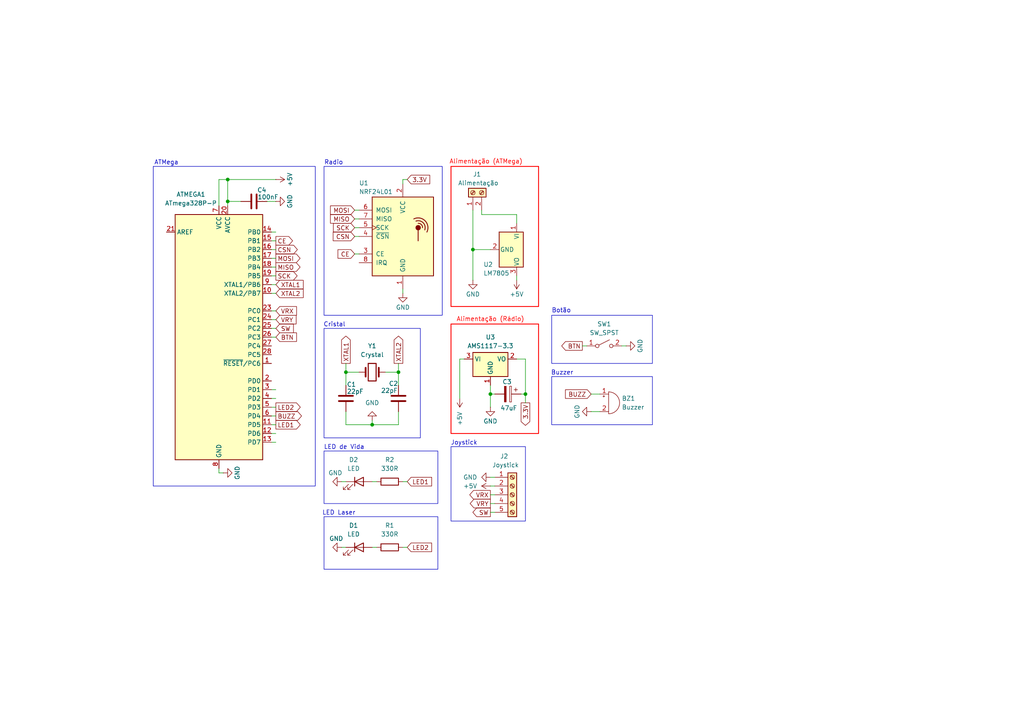
<source format=kicad_sch>
(kicad_sch (version 20250114) (generator "eeschema") (generator_version "9.0")
  (paper "A4")
  (lib_symbols
    (symbol "Connector:Screw_Terminal_01x02" (pin_names (offset 1.016) (hide yes))
      (property "Reference" "J" (at 0 2.54 0))
      (property "Value" "Screw_Terminal_01x02" (at 0 -5.08 0))
      (symbol "Screw_Terminal_01x02_1_1"
        (rectangle (start -1.27 1.27) (end 1.27 -3.81) (stroke (width 0.254)) (fill (type background)))
        (polyline (pts (xy -0.5334 0.3302) (xy 0.3302 -0.508)) (stroke (width 0.1524)))
        (polyline (pts (xy -0.5334 -2.2098) (xy 0.3302 -3.048)) (stroke (width 0.1524)))
        (polyline (pts (xy -0.3556 0.508) (xy 0.508 -0.3302)) (stroke (width 0.1524)))
        (polyline (pts (xy -0.3556 -2.032) (xy 0.508 -2.8702)) (stroke (width 0.1524)))
        (circle (center 0 0) (radius 0.635) (stroke (width 0.1524)))
        (circle (center 0 -2.54) (radius 0.635) (stroke (width 0.1524)))
        (pin passive line (at -5.08 0 0) (length 3.81) (name "Pin_1") (number "1"))
        (pin passive line (at -5.08 -2.54 0) (length 3.81) (name "Pin_2") (number "2"))
      )
    )
    (symbol "Connector:Screw_Terminal_01x05" (pin_names (offset 1.016) (hide yes))
      (property "Reference" "J" (at 0 7.62 0))
      (property "Value" "Screw_Terminal_01x05" (at 0 -7.62 0))
      (symbol "Screw_Terminal_01x05_1_1"
        (rectangle (start -1.27 6.35) (end 1.27 -6.35) (stroke (width 0.254)) (fill (type background)))
        (polyline (pts (xy -0.5334 5.4102) (xy 0.3302 4.572)) (stroke (width 0.1524)))
        (polyline (pts (xy -0.5334 2.8702) (xy 0.3302 2.032)) (stroke (width 0.1524)))
        (polyline (pts (xy -0.5334 0.3302) (xy 0.3302 -0.508)) (stroke (width 0.1524)))
        (polyline (pts (xy -0.5334 -2.2098) (xy 0.3302 -3.048)) (stroke (width 0.1524)))
        (polyline (pts (xy -0.5334 -4.7498) (xy 0.3302 -5.588)) (stroke (width 0.1524)))
        (polyline (pts (xy -0.3556 5.588) (xy 0.508 4.7498)) (stroke (width 0.1524)))
        (polyline (pts (xy -0.3556 3.048) (xy 0.508 2.2098)) (stroke (width 0.1524)))
        (polyline (pts (xy -0.3556 0.508) (xy 0.508 -0.3302)) (stroke (width 0.1524)))
        (polyline (pts (xy -0.3556 -2.032) (xy 0.508 -2.8702)) (stroke (width 0.1524)))
        (polyline (pts (xy -0.3556 -4.572) (xy 0.508 -5.4102)) (stroke (width 0.1524)))
        (circle (center 0 5.08) (radius 0.635) (stroke (width 0.1524)))
        (circle (center 0 2.54) (radius 0.635) (stroke (width 0.1524)))
        (circle (center 0 0) (radius 0.635) (stroke (width 0.1524)))
        (circle (center 0 -2.54) (radius 0.635) (stroke (width 0.1524)))
        (circle (center 0 -5.08) (radius 0.635) (stroke (width 0.1524)))
        (pin passive line (at -5.08 5.08 0) (length 3.81) (name "Pin_1") (number "1"))
        (pin passive line (at -5.08 2.54 0) (length 3.81) (name "Pin_2") (number "2"))
        (pin passive line (at -5.08 0 0) (length 3.81) (name "Pin_3") (number "3"))
        (pin passive line (at -5.08 -2.54 0) (length 3.81) (name "Pin_4") (number "4"))
        (pin passive line (at -5.08 -5.08 0) (length 3.81) (name "Pin_5") (number "5"))
      )
    )
    (symbol "Device:Buzzer" (pin_names (offset 0.0254) (hide yes))
      (property "Reference" "BZ" (at 3.81 1.27 0))
      (property "Value" "Buzzer" (at 3.81 -1.27 0))
      (symbol "Buzzer_0_1"
        (polyline (pts (xy -1.651 1.905) (xy -1.143 1.905)))
        (polyline (pts (xy -1.397 2.159) (xy -1.397 1.651)))
        (arc (start 0 3.175) (mid 3.1612 0) (end 0 -3.175))
        (polyline (pts (xy 0 3.175) (xy 0 -3.175)))
      )
      (symbol "Buzzer_1_1"
        (pin passive line (at -2.54 2.54 0) (length 2.54) (name "+") (number "1"))
        (pin passive line (at -2.54 -2.54 0) (length 2.54) (name "-") (number "2"))
      )
    )
    (symbol "Device:C" (pin_numbers (hide yes)) (pin_names (offset 0.254))
      (property "Reference" "C" (at 0.635 2.54 0))
      (property "Value" "C" (at 0.635 -2.54 0))
      (symbol "C_0_1"
        (polyline (pts (xy -2.032 0.762) (xy 2.032 0.762)) (stroke (width 0.508)))
        (polyline (pts (xy -2.032 -0.762) (xy 2.032 -0.762)) (stroke (width 0.508)))
      )
      (symbol "C_1_1"
        (pin passive line (at 0 3.81 270) (length 2.794) (name "~") (number "1"))
        (pin passive line (at 0 -3.81 90) (length 2.794) (name "~") (number "2"))
      )
    )
    (symbol "Device:C_Polarized" (pin_numbers (hide yes)) (pin_names (offset 0.254))
      (property "Reference" "C" (at 0.635 2.54 0))
      (property "Value" "C_Polarized" (at 0.635 -2.54 0))
      (symbol "C_Polarized_0_1"
        (rectangle (start -2.286 0.508) (end 2.286 1.016))
        (polyline (pts (xy -1.778 2.286) (xy -0.762 2.286)))
        (polyline (pts (xy -1.27 2.794) (xy -1.27 1.778)))
        (rectangle (start 2.286 -0.508) (end -2.286 -1.016) (fill (type outline)))
      )
      (symbol "C_Polarized_1_1"
        (pin passive line (at 0 3.81 270) (length 2.794) (name "~") (number "1"))
        (pin passive line (at 0 -3.81 90) (length 2.794) (name "~") (number "2"))
      )
    )
    (symbol "Device:Crystal" (pin_numbers (hide yes)) (pin_names (offset 1.016) (hide yes))
      (property "Reference" "Y" (at 0 3.81 0))
      (property "Value" "Crystal" (at 0 -3.81 0))
      (symbol "Crystal_0_1"
        (polyline (pts (xy -2.54 0) (xy -1.905 0)))
        (polyline (pts (xy -1.905 -1.27) (xy -1.905 1.27)) (stroke (width 0.508)))
        (rectangle (start -1.143 2.54) (end 1.143 -2.54) (stroke (width 0.3048)))
        (polyline (pts (xy 1.905 -1.27) (xy 1.905 1.27)) (stroke (width 0.508)))
        (polyline (pts (xy 2.54 0) (xy 1.905 0)))
      )
      (symbol "Crystal_1_1"
        (pin passive line (at -3.81 0 0) (length 1.27) (name "1") (number "1"))
        (pin passive line (at 3.81 0 180) (length 1.27) (name "2") (number "2"))
      )
    )
    (symbol "Device:LED" (pin_numbers (hide yes)) (pin_names (offset 1.016) (hide yes))
      (property "Reference" "D" (at 0 2.54 0))
      (property "Value" "LED" (at 0 -2.54 0))
      (symbol "LED_0_1"
        (polyline (pts (xy -3.048 -0.762) (xy -4.572 -2.286) (xy -3.81 -2.286) (xy -4.572 -2.286) (xy -4.572 -1.524)))
        (polyline (pts (xy -1.778 -0.762) (xy -3.302 -2.286) (xy -2.54 -2.286) (xy -3.302 -2.286) (xy -3.302 -1.524)))
        (polyline (pts (xy -1.27 0) (xy 1.27 0)))
        (polyline (pts (xy -1.27 -1.27) (xy -1.27 1.27)) (stroke (width 0.254)))
        (polyline (pts (xy 1.27 -1.27) (xy 1.27 1.27) (xy -1.27 0) (xy 1.27 -1.27)) (stroke (width 0.254)))
      )
      (symbol "LED_1_1"
        (pin passive line (at -3.81 0 0) (length 2.54) (name "K") (number "1"))
        (pin passive line (at 3.81 0 180) (length 2.54) (name "A") (number "2"))
      )
    )
    (symbol "Device:R" (pin_numbers (hide yes)) (pin_names (offset 0))
      (property "Reference" "R" (at 2.032 0 90))
      (property "Value" "R" (at 0 0 90))
      (symbol "R_0_1"
        (rectangle (start -1.016 -2.54) (end 1.016 2.54) (stroke (width 0.254)))
      )
      (symbol "R_1_1"
        (pin passive line (at 0 3.81 270) (length 1.27) (name "~") (number "1"))
        (pin passive line (at 0 -3.81 90) (length 1.27) (name "~") (number "2"))
      )
    )
    (symbol "MCU_Microchip_ATmega:ATmega328P-P"
      (property "Reference" "U" (at -12.7 36.83 0))
      (property "Value" "ATmega328P-P" (at 2.54 -36.83 0))
      (symbol "ATmega328P-P_0_1"
        (rectangle (start -12.7 -35.56) (end 12.7 35.56) (stroke (width 0.254)) (fill (type background)))
      )
      (symbol "ATmega328P-P_1_1"
        (pin passive line (at -15.24 30.48 0) (length 2.54) (name "AREF") (number "21"))
        (pin power_in line (at 0 38.1 270) (length 2.54) (name "VCC") (number "7"))
        (pin passive line (at 0 -38.1 90) (length 2.54) (hide yes) (name "GND") (number "22"))
        (pin power_in line (at 0 -38.1 90) (length 2.54) (name "GND") (number "8"))
        (pin power_in line (at 2.54 38.1 270) (length 2.54) (name "AVCC") (number "20"))
        (pin bidirectional line (at 15.24 30.48 180) (length 2.54) (name "PB0") (number "14"))
        (pin bidirectional line (at 15.24 27.94 180) (length 2.54) (name "PB1") (number "15"))
        (pin bidirectional line (at 15.24 25.4 180) (length 2.54) (name "PB2") (number "16"))
        (pin bidirectional line (at 15.24 22.86 180) (length 2.54) (name "PB3") (number "17"))
        (pin bidirectional line (at 15.24 20.32 180) (length 2.54) (name "PB4") (number "18"))
        (pin bidirectional line (at 15.24 17.78 180) (length 2.54) (name "PB5") (number "19"))
        (pin bidirectional line (at 15.24 15.24 180) (length 2.54) (name "XTAL1/PB6") (number "9"))
        (pin bidirectional line (at 15.24 12.7 180) (length 2.54) (name "XTAL2/PB7") (number "10"))
        (pin bidirectional line (at 15.24 7.62 180) (length 2.54) (name "PC0") (number "23"))
        (pin bidirectional line (at 15.24 5.08 180) (length 2.54) (name "PC1") (number "24"))
        (pin bidirectional line (at 15.24 2.54 180) (length 2.54) (name "PC2") (number "25"))
        (pin bidirectional line (at 15.24 0 180) (length 2.54) (name "PC3") (number "26"))
        (pin bidirectional line (at 15.24 -2.54 180) (length 2.54) (name "PC4") (number "27"))
        (pin bidirectional line (at 15.24 -5.08 180) (length 2.54) (name "PC5") (number "28"))
        (pin bidirectional line (at 15.24 -7.62 180) (length 2.54) (name "~{RESET}/PC6") (number "1"))
        (pin bidirectional line (at 15.24 -12.7 180) (length 2.54) (name "PD0") (number "2"))
        (pin bidirectional line (at 15.24 -15.24 180) (length 2.54) (name "PD1") (number "3"))
        (pin bidirectional line (at 15.24 -17.78 180) (length 2.54) (name "PD2") (number "4"))
        (pin bidirectional line (at 15.24 -20.32 180) (length 2.54) (name "PD3") (number "5"))
        (pin bidirectional line (at 15.24 -22.86 180) (length 2.54) (name "PD4") (number "6"))
        (pin bidirectional line (at 15.24 -25.4 180) (length 2.54) (name "PD5") (number "11"))
        (pin bidirectional line (at 15.24 -27.94 180) (length 2.54) (name "PD6") (number "12"))
        (pin bidirectional line (at 15.24 -30.48 180) (length 2.54) (name "PD7") (number "13"))
      )
    )
    (symbol "RF:NRF24L01_Breakout" (pin_names (offset 1.016))
      (property "Reference" "U" (at -8.89 12.7 0))
      (property "Value" "NRF24L01_Breakout" (at 3.81 12.7 0))
      (symbol "NRF24L01_Breakout_0_1"
        (rectangle (start -8.89 11.43) (end 8.89 -11.43) (stroke (width 0.254)) (fill (type background)))
        (arc (start 3.175 5.08) (mid 6.453 4.548) (end 6.985 1.27) (stroke (width 0.254)))
        (circle (center 4.445 2.54) (radius 0.635) (stroke (width 0.254)) (fill (type outline)))
        (polyline (pts (xy 4.445 1.905) (xy 4.445 -1.27)) (stroke (width 0.254)))
        (arc (start 3.81 4.445) (mid 5.8835 3.9785) (end 6.35 1.905) (stroke (width 0.254)))
        (arc (start 4.445 3.81) (mid 5.3558 3.4508) (end 5.715 2.54) (stroke (width 0.254)))
      )
      (symbol "NRF24L01_Breakout_1_1"
        (pin input line (at -12.7 7.62 0) (length 3.81) (name "MOSI") (number "6"))
        (pin output line (at -12.7 5.08 0) (length 3.81) (name "MISO") (number "7"))
        (pin input clock (at -12.7 2.54 0) (length 3.81) (name "SCK") (number "5"))
        (pin input line (at -12.7 0 0) (length 3.81) (name "~{CSN}") (number "4"))
        (pin input line (at -12.7 -5.08 0) (length 3.81) (name "CE") (number "3"))
        (pin output line (at -12.7 -7.62 0) (length 3.81) (name "IRQ") (number "8"))
        (pin power_in line (at 0 15.24 270) (length 3.81) (name "VCC") (number "2"))
        (pin power_in line (at 0 -15.24 90) (length 3.81) (name "GND") (number "1"))
      )
    )
    (symbol "Regulator_Linear:AMS1117-3.3"
      (property "Reference" "U" (at -3.81 3.175 0))
      (property "Value" "AMS1117-3.3" (at 0 3.175 0))
      (symbol "AMS1117-3.3_0_1"
        (rectangle (start -5.08 -5.08) (end 5.08 1.905) (stroke (width 0.254)) (fill (type background)))
      )
      (symbol "AMS1117-3.3_1_1"
        (pin power_in line (at -7.62 0 0) (length 2.54) (name "VI") (number "3"))
        (pin power_in line (at 0 -7.62 90) (length 2.54) (name "GND") (number "1"))
        (pin power_out line (at 7.62 0 180) (length 2.54) (name "VO") (number "2"))
      )
    )
    (symbol "Regulator_Linear:LM7805_TO220" (pin_names (offset 0.254))
      (property "Reference" "U" (at -3.81 3.175 0))
      (property "Value" "LM7805_TO220" (at 0 3.175 0))
      (symbol "LM7805_TO220_0_1"
        (rectangle (start -5.08 1.905) (end 5.08 -5.08) (stroke (width 0.254)) (fill (type background)))
      )
      (symbol "LM7805_TO220_1_1"
        (pin power_in line (at -7.62 0 0) (length 2.54) (name "VI") (number "1"))
        (pin power_in line (at 0 -7.62 90) (length 2.54) (name "GND") (number "2"))
        (pin power_out line (at 7.62 0 180) (length 2.54) (name "VO") (number "3"))
      )
    )
    (symbol "Switch:SW_SPST" (pin_names (offset 0) (hide yes))
      (property "Reference" "SW" (at 0 3.175 0))
      (property "Value" "SW_SPST" (at 0 -2.54 0))
      (symbol "SW_SPST_0_0"
        (circle (center -2.032 0) (radius 0.508))
        (polyline (pts (xy -1.524 0.254) (xy 1.524 1.778)))
        (circle (center 2.032 0) (radius 0.508))
      )
      (symbol "SW_SPST_1_1"
        (pin passive line (at -5.08 0 0) (length 2.54) (name "A") (number "1"))
        (pin passive line (at 5.08 0 180) (length 2.54) (name "B") (number "2"))
      )
    )
    (symbol "power:+5V" (power) (pin_numbers (hide yes)) (pin_names (offset 0) (hide yes))
      (property "Value" "+5V" (at 0 3.556 0))
      (symbol "+5V_0_1"
        (polyline (pts (xy -0.762 1.27) (xy 0 2.54)))
        (polyline (pts (xy 0 2.54) (xy 0.762 1.27)))
        (polyline (pts (xy 0 0) (xy 0 2.54)))
      )
      (symbol "+5V_1_1"
        (pin power_in line (at 0 0 90) (length 0) (name "~") (number "1"))
      )
    )
    (symbol "power:GND" (power) (pin_numbers (hide yes)) (pin_names (offset 0) (hide yes))
      (property "Value" "GND" (at 0 -3.81 0))
      (symbol "GND_0_1"
        (polyline (pts (xy 0 0) (xy 0 -1.27) (xy 1.27 -1.27) (xy 0 -2.54) (xy -1.27 -1.27) (xy 0 -1.27)))
      )
      (symbol "GND_1_1"
        (pin power_in line (at 0 0 270) (length 0) (name "~") (number "1"))
      )
    )
  )
  (rectangle (start 93.98 95.25) (end 121.92 127))
  (rectangle (start 44.45 48.26) (end 91.44 140.97))
  (rectangle (start 93.98 149.86) (end 127 165.1))
  (rectangle (start 93.98 48.26) (end 128.27 91.44))
  (rectangle (start 93.98 130.81) (end 127 146.05))
  (rectangle (start 160.02 91.44) (end 189.23 105.41))
  (rectangle (start 130.81 48.26) (end 156.21 88.9) (stroke (width 0.254) (color 255 0 0 1)))
  (rectangle (start 130.81 129.54) (end 152.4 151.13))
  (rectangle (start 160.02 109.22) (end 189.23 123.19))
  (rectangle (start 130.81 93.98) (end 156.21 125.73) (stroke (width 0.254) (color 255 0 0 1)))
  (text "LED Laser\n" (at 98.298 148.844 0) (effects (font (size 1.27 1.27))))
  (text "Cristal" (at 97.028 94.234 0) (effects (font (size 1.27 1.27))))
  (text "Buzzer" (at 163.068 108.204 0) (effects (font (size 1.27 1.27))))
  (text "ATMega\n" (at 48.26 47.244 0) (effects (font (size 1.27 1.27))))
  (text "LED de Vida" (at 99.822 129.794 0) (effects (font (size 1.27 1.27))))
  (text "Alimentação (ATMega)\n" (at 140.97 46.99 0) (effects (font (size 1.27 1.27))))
  (text "Joystick" (at 134.62 128.524 0) (effects (font (size 1.27 1.27))))
  (text "Radio\n" (at 96.774 47.244 0) (effects (font (size 1.27 1.27))))
  (text "Alimentação (Rádio)\n" (at 142.24 92.71 0) (effects (font (size 1.27 1.27))))
  (text "Botão\n" (at 162.814 90.17 0) (effects (font (size 1.27 1.27))))
  (junction (at 142.24 114.3))
  (junction (at 137.16 72.39))
  (junction (at 66.04 52.07))
  (junction (at 152.4 114.3))
  (junction (at 66.04 58.42))
  (junction (at 100.33 107.95))
  (junction (at 115.57 107.95))
  (junction (at 107.95 123.19))
  (wire (pts (xy 118.11 52.07) (xy 116.84 52.07)))
  (wire (pts (xy 78.74 85.09) (xy 80.01 85.09)))
  (wire (pts (xy 78.74 80.01) (xy 80.01 80.01)))
  (wire (pts (xy 116.84 52.07) (xy 116.84 53.34)))
  (wire (pts (xy 171.45 114.3) (xy 173.99 114.3)))
  (wire (pts (xy 142.24 140.97) (xy 143.51 140.97)))
  (wire (pts (xy 63.5 59.69) (xy 63.5 52.07)))
  (wire (pts (xy 64.77 137.16) (xy 63.5 137.16)))
  (wire (pts (xy 149.86 80.01) (xy 149.86 81.28)))
  (wire (pts (xy 78.74 95.25) (xy 80.01 95.25)))
  (wire (pts (xy 115.57 107.95) (xy 115.57 111.76)))
  (wire (pts (xy 78.74 90.17) (xy 80.01 90.17)))
  (wire (pts (xy 100.33 107.95) (xy 104.14 107.95)))
  (wire (pts (xy 171.45 119.38) (xy 173.99 119.38)))
  (wire (pts (xy 102.87 68.58) (xy 104.14 68.58)))
  (wire (pts (xy 63.5 52.07) (xy 66.04 52.07)))
  (wire (pts (xy 142.24 114.3) (xy 142.24 111.76)))
  (wire (pts (xy 115.57 119.38) (xy 115.57 123.19)))
  (wire (pts (xy 66.04 58.42) (xy 69.85 58.42)))
  (wire (pts (xy 100.33 123.19) (xy 100.33 119.38)))
  (wire (pts (xy 139.7 60.96) (xy 139.7 62.23)))
  (wire (pts (xy 78.74 113.03) (xy 80.01 113.03)))
  (wire (pts (xy 133.35 115.57) (xy 133.35 104.14)))
  (wire (pts (xy 66.04 58.42) (xy 66.04 59.69)))
  (wire (pts (xy 111.76 107.95) (xy 115.57 107.95)))
  (wire (pts (xy 107.95 158.75) (xy 109.22 158.75)))
  (wire (pts (xy 78.74 115.57) (xy 80.01 115.57)))
  (wire (pts (xy 78.74 123.19) (xy 80.01 123.19)))
  (wire (pts (xy 116.84 158.75) (xy 118.11 158.75)))
  (wire (pts (xy 152.4 114.3) (xy 152.4 104.14)))
  (wire (pts (xy 102.87 63.5) (xy 104.14 63.5)))
  (wire (pts (xy 100.33 111.76) (xy 100.33 107.95)))
  (wire (pts (xy 66.04 52.07) (xy 66.04 58.42)))
  (wire (pts (xy 63.5 137.16) (xy 63.5 135.89)))
  (wire (pts (xy 78.74 74.93) (xy 80.01 74.93)))
  (wire (pts (xy 78.74 97.79) (xy 80.01 97.79)))
  (wire (pts (xy 142.24 143.51) (xy 143.51 143.51)))
  (wire (pts (xy 100.33 105.41) (xy 100.33 107.95)))
  (wire (pts (xy 78.74 77.47) (xy 80.01 77.47)))
  (wire (pts (xy 78.74 120.65) (xy 80.01 120.65)))
  (wire (pts (xy 137.16 60.96) (xy 137.16 72.39)))
  (wire (pts (xy 168.91 100.33) (xy 170.18 100.33)))
  (wire (pts (xy 151.13 114.3) (xy 152.4 114.3)))
  (wire (pts (xy 139.7 62.23) (xy 149.86 62.23)))
  (wire (pts (xy 66.04 52.07) (xy 80.01 52.07)))
  (wire (pts (xy 107.95 139.7) (xy 109.22 139.7)))
  (wire (pts (xy 116.84 139.7) (xy 118.11 139.7)))
  (wire (pts (xy 78.74 82.55) (xy 80.01 82.55)))
  (wire (pts (xy 77.47 58.42) (xy 80.01 58.42)))
  (wire (pts (xy 137.16 72.39) (xy 137.16 81.28)))
  (wire (pts (xy 115.57 123.19) (xy 107.95 123.19)))
  (wire (pts (xy 102.87 60.96) (xy 104.14 60.96)))
  (wire (pts (xy 102.87 73.66) (xy 104.14 73.66)))
  (wire (pts (xy 107.95 123.19) (xy 100.33 123.19)))
  (wire (pts (xy 133.35 104.14) (xy 134.62 104.14)))
  (wire (pts (xy 78.74 69.85) (xy 80.01 69.85)))
  (wire (pts (xy 142.24 118.11) (xy 142.24 114.3)))
  (wire (pts (xy 152.4 116.84) (xy 152.4 114.3)))
  (wire (pts (xy 137.16 72.39) (xy 142.24 72.39)))
  (wire (pts (xy 102.87 66.04) (xy 104.14 66.04)))
  (wire (pts (xy 142.24 148.59) (xy 143.51 148.59)))
  (wire (pts (xy 99.06 139.7) (xy 100.33 139.7)))
  (wire (pts (xy 78.74 118.11) (xy 80.01 118.11)))
  (wire (pts (xy 107.95 121.92) (xy 107.95 123.19)))
  (wire (pts (xy 149.86 62.23) (xy 149.86 64.77)))
  (wire (pts (xy 142.24 114.3) (xy 143.51 114.3)))
  (wire (pts (xy 142.24 146.05) (xy 143.51 146.05)))
  (wire (pts (xy 142.24 138.43) (xy 143.51 138.43)))
  (wire (pts (xy 78.74 128.27) (xy 80.01 128.27)))
  (wire (pts (xy 152.4 104.14) (xy 149.86 104.14)))
  (wire (pts (xy 99.06 158.75) (xy 100.33 158.75)))
  (wire (pts (xy 78.74 67.31) (xy 80.01 67.31)))
  (wire (pts (xy 78.74 92.71) (xy 80.01 92.71)))
  (wire (pts (xy 78.74 125.73) (xy 80.01 125.73)))
  (wire (pts (xy 115.57 105.41) (xy 115.57 107.95)))
  (wire (pts (xy 116.84 83.82) (xy 116.84 85.09)))
  (wire (pts (xy 78.74 72.39) (xy 80.01 72.39)))
  (wire (pts (xy 180.34 100.33) (xy 181.61 100.33)))
  (global_label "XTAL1" (shape output) (at 100.33 105.41 90) (property "Intersheetrefs" "${INTERSHEET_REFS}" (effects (hide yes))))
  (global_label "SW" (shape input) (at 80.01 95.25 0) (property "Intersheetrefs" "${INTERSHEET_REFS}" (effects (hide yes))))
  (global_label "LED2" (shape output) (at 80.01 118.11 0) (property "Intersheetrefs" "${INTERSHEET_REFS}" (effects (hide yes))))
  (global_label "BTN" (shape output) (at 168.91 100.33 180) (property "Intersheetrefs" "${INTERSHEET_REFS}" (effects (hide yes))))
  (global_label "MISO" (shape output) (at 80.01 77.47 0) (property "Intersheetrefs" "${INTERSHEET_REFS}" (effects (hide yes))))
  (global_label "VRY" (shape input) (at 80.01 92.71 0) (property "Intersheetrefs" "${INTERSHEET_REFS}" (effects (hide yes))))
  (global_label "XTAL2" (shape input) (at 80.01 85.09 0) (property "Intersheetrefs" "${INTERSHEET_REFS}" (effects (hide yes))))
  (global_label "VRX" (shape input) (at 80.01 90.17 0) (property "Intersheetrefs" "${INTERSHEET_REFS}" (effects (hide yes))))
  (global_label "MOSI" (shape input) (at 102.87 60.96 180) (property "Intersheetrefs" "${INTERSHEET_REFS}" (effects (hide yes))))
  (global_label "BTN" (shape input) (at 80.01 97.79 0) (property "Intersheetrefs" "${INTERSHEET_REFS}" (effects (hide yes))))
  (global_label "BUZZ" (shape input) (at 171.45 114.3 180) (property "Intersheetrefs" "${INTERSHEET_REFS}" (effects (hide yes))))
  (global_label "MOSI" (shape output) (at 80.01 74.93 0) (property "Intersheetrefs" "${INTERSHEET_REFS}" (effects (hide yes))))
  (global_label "XTAL2" (shape output) (at 115.57 105.41 90) (property "Intersheetrefs" "${INTERSHEET_REFS}" (effects (hide yes))))
  (global_label "SCK" (shape output) (at 80.01 80.01 0) (property "Intersheetrefs" "${INTERSHEET_REFS}" (effects (hide yes))))
  (global_label "XTAL1" (shape input) (at 80.01 82.55 0) (property "Intersheetrefs" "${INTERSHEET_REFS}" (effects (hide yes))))
  (global_label "LED1" (shape output) (at 80.01 123.19 0) (property "Intersheetrefs" "${INTERSHEET_REFS}" (effects (hide yes))))
  (global_label "LED2" (shape input) (at 118.11 158.75 0) (property "Intersheetrefs" "${INTERSHEET_REFS}" (effects (hide yes))))
  (global_label "SW" (shape output) (at 142.24 148.59 180) (property "Intersheetrefs" "${INTERSHEET_REFS}" (effects (hide yes))))
  (global_label "VRY" (shape output) (at 142.24 146.05 180) (property "Intersheetrefs" "${INTERSHEET_REFS}" (effects (hide yes))))
  (global_label "SCK" (shape input) (at 102.87 66.04 180) (property "Intersheetrefs" "${INTERSHEET_REFS}" (effects (hide yes))))
  (global_label "BUZZ" (shape output) (at 80.01 120.65 0) (property "Intersheetrefs" "${INTERSHEET_REFS}" (effects (hide yes))))
  (global_label "3.3V" (shape input) (at 118.11 52.07 0) (property "Intersheetrefs" "${INTERSHEET_REFS}" (effects (hide yes))))
  (global_label "CE" (shape output) (at 80.01 69.85 0) (property "Intersheetrefs" "${INTERSHEET_REFS}" (effects (hide yes))))
  (global_label "CE" (shape input) (at 102.87 73.66 180) (property "Intersheetrefs" "${INTERSHEET_REFS}" (effects (hide yes))))
  (global_label "MISO" (shape input) (at 102.87 63.5 180) (property "Intersheetrefs" "${INTERSHEET_REFS}" (effects (hide yes))))
  (global_label "3.3V" (shape output) (at 152.4 116.84 270) (property "Intersheetrefs" "${INTERSHEET_REFS}" (effects (hide yes))))
  (global_label "VRX" (shape output) (at 142.24 143.51 180) (property "Intersheetrefs" "${INTERSHEET_REFS}" (effects (hide yes))))
  (global_label "CSN" (shape input) (at 102.87 68.58 180) (property "Intersheetrefs" "${INTERSHEET_REFS}" (effects (hide yes))))
  (global_label "CSN" (shape output) (at 80.01 72.39 0) (property "Intersheetrefs" "${INTERSHEET_REFS}" (effects (hide yes))))
  (global_label "LED1" (shape input) (at 118.11 139.7 0) (property "Intersheetrefs" "${INTERSHEET_REFS}" (effects (hide yes))))
  (symbol (lib_id "Device:C") (at 73.66 58.42 90) (unit 1)
    (property "Reference" "C4" (at 75.946 55.118 90))
    (property "Value" "100nF" (at 77.724 57.15 90))
    (property "Footprint" "Capacitor_THT:C_Rect_L13.0mm_W4.0mm_P10.00mm_FKS3_FKP3_MKS4" (effects (hide yes)))
    (property "Description" "Unpolarized capacitor" (effects (hide yes)))
  )
  (symbol (lib_id "power:GND") (at 99.06 139.7 270) (unit 1)
    (property "Reference" "#PWR03" (effects (hide yes)))
    (property "Value" "GND" (at 99.314 137.16 90) (effects (justify right)))
    (property "Description" "Power symbol creates a global label with name \"GND\" , ground" (effects (hide yes)))
  )
  (symbol (lib_id "Device:C") (at 100.33 115.57 0) (unit 1)
    (property "Reference" "C1" (at 100.584 111.506 0) (effects (justify left)))
    (property "Value" "22pF" (at 100.584 113.538 0) (effects (justify left)))
    (property "Footprint" "Capacitor_THT:C_Disc_D3.4mm_W2.1mm_P2.50mm" (effects (hide yes)))
    (property "Description" "Unpolarized capacitor" (effects (hide yes)))
  )
  (symbol (lib_id "power:GND") (at 142.24 138.43 270) (unit 1)
    (property "Reference" "#PWR02" (effects (hide yes)))
    (property "Value" "GND" (at 138.43 138.4299 90) (effects (justify right)))
    (property "Description" "Power symbol creates a global label with name \"GND\" , ground" (effects (hide yes)))
  )
  (symbol (lib_id "power:+5V") (at 149.86 81.28 0) (mirror x) (unit 1)
    (property "Reference" "#PWR011" (effects (hide yes)))
    (property "Value" "+5V" (at 149.86 85.344 0))
    (property "Description" "Power symbol creates a global label with name \"+5V\"" (effects (hide yes)))
  )
  (symbol (lib_id "RF:NRF24L01_Breakout") (at 116.84 68.58 0) (unit 1)
    (property "Reference" "U1" (at 104.14 53.086 0) (effects (justify left)))
    (property "Value" "NRF24L01" (at 104.14 55.626 0) (effects (justify left)))
    (property "Footprint" "RF_Module:nRF24L01_Breakout" (effects (hide yes)))
    (property "Datasheet" "http://www.nordicsemi.com/eng/content/download/2730/34105/file/nRF24L01_Product_Specification_v2_0.pdf" (effects (hide yes)))
    (property "Description" "Ultra low power 2.4GHz RF Transceiver, Carrier PCB" (effects (hide yes)))
  )
  (symbol (lib_id "power:GND") (at 116.84 85.09 0) (unit 1)
    (property "Reference" "#PWR014" (effects (hide yes)))
    (property "Value" "GND" (at 116.84 89.154 0))
    (property "Description" "Power symbol creates a global label with name \"GND\" , ground" (effects (hide yes)))
  )
  (symbol (lib_id "power:GND") (at 107.95 121.92 180) (unit 1)
    (property "Reference" "#PWR09" (effects (hide yes)))
    (property "Value" "GND" (at 107.95 116.84 0))
    (property "Description" "Power symbol creates a global label with name \"GND\" , ground" (effects (hide yes)))
  )
  (symbol (lib_id "power:+5V") (at 142.24 140.97 90) (unit 1)
    (property "Reference" "#PWR010" (effects (hide yes)))
    (property "Value" "+5V" (at 138.43 140.9699 90) (effects (justify left)))
    (property "Description" "Power symbol creates a global label with name \"+5V\"" (effects (hide yes)))
  )
  (symbol (lib_id "Connector:Screw_Terminal_01x02") (at 137.16 55.88 90) (unit 1)
    (property "Reference" "J1" (at 137.16 50.546 90) (effects (justify right)))
    (property "Value" "Alimentação" (at 132.842 53.086 90) (effects (justify right)))
    (property "Footprint" "TerminalBlock:TerminalBlock_MaiXu_MX126-5.0-02P_1x02_P5.00mm" (effects (hide yes)))
    (property "Description" "Generic screw terminal, single row, 01x02, script generated (kicad-library-utils/schlib/autogen/connector/)" (effects (hide yes)))
  )
  (symbol (lib_id "Device:LED") (at 104.14 158.75 0) (unit 1)
    (property "Reference" "D1" (at 102.5525 152.4 0))
    (property "Value" "LED" (at 102.5525 154.94 0))
    (property "Footprint" "TerminalBlock:TerminalBlock_MaiXu_MX126-5.0-02P_1x02_P5.00mm" (effects (hide yes)))
    (property "Description" "Light emitting diode" (effects (hide yes)))
    (property "Sim.Pins" "1=K 2=A" (effects (hide yes)))
  )
  (symbol (lib_id "power:GND") (at 181.61 100.33 90) (unit 1)
    (property "Reference" "#PWR012" (effects (hide yes)))
    (property "Value" "GND" (at 185.674 100.33 0))
    (property "Description" "Power symbol creates a global label with name \"GND\" , ground" (effects (hide yes)))
  )
  (symbol (lib_id "Device:C") (at 115.57 115.57 0) (unit 1)
    (property "Reference" "C2" (at 112.776 111.252 0) (effects (justify left)))
    (property "Value" "22pF" (at 110.49 113.284 0) (effects (justify left)))
    (property "Footprint" "Capacitor_THT:C_Disc_D3.4mm_W2.1mm_P2.50mm" (effects (hide yes)))
    (property "Description" "Unpolarized capacitor" (effects (hide yes)))
  )
  (symbol (lib_id "MCU_Microchip_ATmega:ATmega328P-P") (at 63.5 97.79 0) (unit 1)
    (property "Reference" "ATMEGA1" (at 55.372 56.388 0))
    (property "Value" "ATmega328P-P" (at 55.372 58.928 0))
    (property "Footprint" "Package_DIP:DIP-28_W7.62mm_LongPads" (effects (hide yes)))
    (property "Datasheet" "http://ww1.microchip.com/downloads/en/DeviceDoc/ATmega328_P%20AVR%20MCU%20with%20picoPower%20Technology%20Data%20Sheet%2040001984A.pdf" (effects (hide yes)))
    (property "Description" "20MHz, 32kB Flash, 2kB SRAM, 1kB EEPROM, DIP-28" (effects (hide yes)))
  )
  (symbol (lib_id "power:GND") (at 99.06 158.75 270) (unit 1)
    (property "Reference" "#PWR01" (effects (hide yes)))
    (property "Value" "GND" (at 99.568 156.21 90) (effects (justify right)))
    (property "Description" "Power symbol creates a global label with name \"GND\" , ground" (effects (hide yes)))
  )
  (symbol (lib_id "power:GND") (at 64.77 137.16 90) (unit 1)
    (property "Reference" "#PWR08" (effects (hide yes)))
    (property "Value" "GND" (at 68.834 137.16 0))
    (property "Description" "Power symbol creates a global label with name \"GND\" , ground" (effects (hide yes)))
  )
  (symbol (lib_id "Device:R") (at 113.03 158.75 90) (unit 1)
    (property "Reference" "R1" (at 113.03 152.4 90))
    (property "Value" "330R" (at 113.03 154.94 90))
    (property "Footprint" "Resistor_THT:R_Axial_DIN0207_L6.3mm_D2.5mm_P10.16mm_Horizontal" (effects (hide yes)))
    (property "Description" "Resistor" (effects (hide yes)))
  )
  (symbol (lib_id "power:GND") (at 142.24 118.11 0) (unit 1)
    (property "Reference" "#PWR04" (effects (hide yes)))
    (property "Value" "GND" (at 142.24 122.174 0))
    (property "Description" "Power symbol creates a global label with name \"GND\" , ground" (effects (hide yes)))
  )
  (symbol (lib_id "Regulator_Linear:AMS1117-3.3") (at 142.24 104.14 0) (unit 1)
    (property "Reference" "U3" (at 142.24 97.79 0))
    (property "Value" "AMS1117-3.3" (at 142.24 100.33 0))
    (property "Footprint" "Package_TO_SOT_SMD:SOT-223-3_TabPin2" (effects (hide yes)))
    (property "Datasheet" "http://www.advanced-monolithic.com/pdf/ds1117.pdf" (effects (hide yes)))
    (property "Description" "1A Low Dropout regulator, positive, 3.3V fixed output, SOT-223" (effects (hide yes)))
  )
  (symbol (lib_id "Switch:SW_SPST") (at 175.26 100.33 0) (unit 1)
    (property "Reference" "SW1" (at 175.26 93.98 0))
    (property "Value" "SW_SPST" (at 175.26 96.52 0))
    (property "Footprint" "TerminalBlock:TerminalBlock_MaiXu_MX126-5.0-02P_1x02_P5.00mm" (effects (hide yes)))
    (property "Description" "Single Pole Single Throw (SPST) switch" (effects (hide yes)))
  )
  (symbol (lib_id "power:GND") (at 80.01 58.42 90) (unit 1)
    (property "Reference" "#PWR015" (effects (hide yes)))
    (property "Value" "GND" (at 84.074 58.42 0))
    (property "Description" "Power symbol creates a global label with name \"GND\" , ground" (effects (hide yes)))
  )
  (symbol (lib_id "Device:R") (at 113.03 139.7 90) (unit 1)
    (property "Reference" "R2" (at 113.03 133.35 90))
    (property "Value" "330R" (at 113.03 135.89 90))
    (property "Footprint" "Resistor_THT:R_Axial_DIN0207_L6.3mm_D2.5mm_P10.16mm_Horizontal" (effects (hide yes)))
    (property "Description" "Resistor" (effects (hide yes)))
  )
  (symbol (lib_id "Device:Crystal") (at 107.95 107.95 0) (unit 1)
    (property "Reference" "Y1" (at 107.95 100.33 0))
    (property "Value" "Crystal" (at 107.95 102.87 0))
    (property "Footprint" "Crystal:Crystal_HC49-4H_Vertical" (effects (hide yes)))
    (property "Description" "Two pin crystal" (effects (hide yes)))
  )
  (symbol (lib_id "power:+5V") (at 133.35 115.57 180) (unit 1)
    (property "Reference" "#PWR05" (effects (hide yes)))
    (property "Value" "+5V" (at 133.3499 119.38 90) (effects (justify left)))
    (property "Description" "Power symbol creates a global label with name \"+5V\"" (effects (hide yes)))
  )
  (symbol (lib_id "Device:Buzzer") (at 176.53 116.84 0) (unit 1)
    (property "Reference" "BZ1" (at 180.34 115.5699 0) (effects (justify left)))
    (property "Value" "Buzzer" (at 180.34 118.1099 0) (effects (justify left)))
    (property "Footprint" "Buzzer_Beeper:Buzzer_12x9.5RM7.6" (effects (hide yes)))
    (property "Description" "Buzzer, polarized" (effects (hide yes)))
  )
  (symbol (lib_id "power:+5V") (at 80.01 52.07 270) (mirror x) (unit 1)
    (property "Reference" "#PWR07" (effects (hide yes)))
    (property "Value" "+5V" (at 84.074 52.07 0))
    (property "Description" "Power symbol creates a global label with name \"+5V\"" (effects (hide yes)))
  )
  (symbol (lib_id "Connector:Screw_Terminal_01x05") (at 148.59 143.51 0) (unit 1)
    (property "Reference" "J2" (at 145.034 132.334 0) (effects (justify left)))
    (property "Value" "Joystick" (at 142.748 134.874 0) (effects (justify left)))
    (property "Footprint" "TerminalBlock:TerminalBlock_MaiXu_MX126-5.0-05P_1x05_P5.00mm" (effects (hide yes)))
    (property "Description" "Generic screw terminal, single row, 01x05, script generated (kicad-library-utils/schlib/autogen/connector/)" (effects (hide yes)))
  )
  (symbol (lib_id "Device:LED") (at 104.14 139.7 0) (unit 1)
    (property "Reference" "D2" (at 102.5525 133.35 0))
    (property "Value" "LED" (at 102.5525 135.89 0))
    (property "Footprint" "TerminalBlock:TerminalBlock_MaiXu_MX126-5.0-02P_1x02_P5.00mm" (effects (hide yes)))
    (property "Description" "Light emitting diode" (effects (hide yes)))
    (property "Sim.Pins" "1=K 2=A" (effects (hide yes)))
  )
  (symbol (lib_id "Device:C_Polarized") (at 147.32 114.3 270) (unit 1)
    (property "Reference" "C3" (at 147.066 110.744 90))
    (property "Value" "47uF" (at 147.574 118.364 90))
    (property "Footprint" "Capacitor_THT:CP_Radial_D8.0mm_P3.50mm" (effects (hide yes)))
    (property "Description" "Polarized capacitor" (effects (hide yes)))
  )
  (symbol (lib_id "power:GND") (at 171.45 119.38 270) (unit 1)
    (property "Reference" "#PWR013" (effects (hide yes)))
    (property "Value" "GND" (at 167.386 119.38 0))
    (property "Description" "Power symbol creates a global label with name \"GND\" , ground" (effects (hide yes)))
  )
  (symbol (lib_id "power:GND") (at 137.16 81.28 0) (unit 1)
    (property "Reference" "#PWR06" (effects (hide yes)))
    (property "Value" "GND" (at 137.16 85.344 0))
    (property "Description" "Power symbol creates a global label with name \"GND\" , ground" (effects (hide yes)))
  )
  (symbol (lib_id "Regulator_Linear:LM7805_TO220") (at 149.86 72.39 270) (unit 1)
    (property "Reference" "U2" (at 140.208 76.708 90) (effects (justify left)))
    (property "Value" "LM7805" (at 140.208 79.248 90) (effects (justify left)))
    (property "Footprint" "Package_TO_SOT_THT:TO-220-3_Vertical" (effects (hide yes)))
    (property "Datasheet" "https://www.onsemi.cn/PowerSolutions/document/MC7800-D.PDF" (effects (hide yes)))
    (property "Description" "Positive 1A 35V Linear Regulator, Fixed Output 5V, TO-220" (effects (hide yes)))
  )
)
</source>
